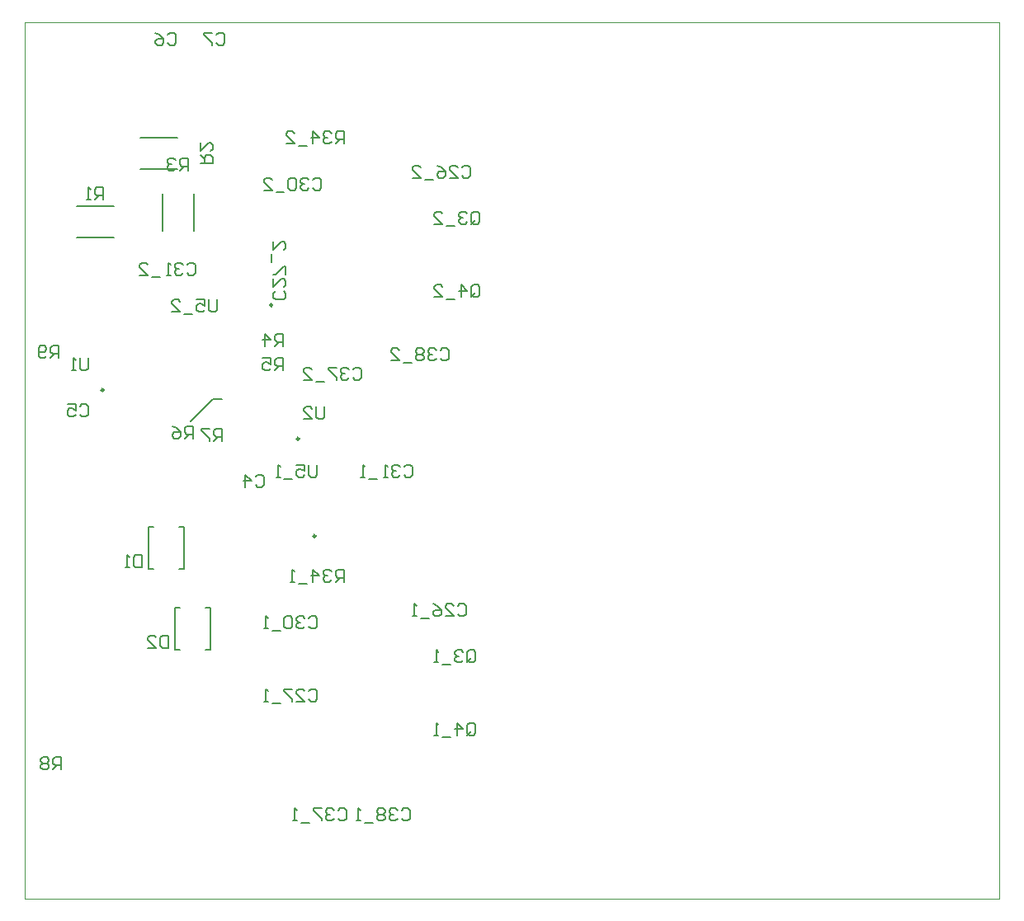
<source format=gbo>
G04 Layer_Color=32896*
%FSLAX25Y25*%
%MOIN*%
G70*
G01*
G75*
%ADD23C,0.00984*%
%ADD29C,0.00394*%
%ADD64C,0.00787*%
%ADD65C,0.00800*%
%ADD108C,0.00600*%
D23*
X110827Y8681D02*
G03*
X110827Y8681I-492J0D01*
G01*
X31811Y28445D02*
G03*
X31811Y28445I-492J0D01*
G01*
X100000Y62815D02*
G03*
X100000Y62815I-492J0D01*
G01*
X117441Y-30610D02*
G03*
X117441Y-30610I-492J0D01*
G01*
D29*
X0Y-177165D02*
X393701D01*
X0D02*
Y177165D01*
X393701Y-177165D02*
Y177165D01*
X0D02*
X393701D01*
D64*
X68307Y92913D02*
Y107874D01*
X55709Y92913D02*
Y107874D01*
X21063Y90158D02*
X36024D01*
X21063Y102756D02*
X36024D01*
X46654Y130315D02*
X61614D01*
X46654Y117717D02*
X61614D01*
D65*
X66929Y15748D02*
X75787Y24606D01*
X79724D01*
X57721Y172090D02*
X58554Y172923D01*
X60220D01*
X61054Y172090D01*
Y168757D01*
X60220Y167924D01*
X58554D01*
X57721Y168757D01*
X52723Y172923D02*
X54389Y172090D01*
X56055Y170424D01*
Y168757D01*
X55222Y167924D01*
X53556D01*
X52723Y168757D01*
Y169590D01*
X53556Y170424D01*
X56055D01*
X77321Y172090D02*
X78154Y172923D01*
X79821D01*
X80654Y172090D01*
Y168757D01*
X79821Y167924D01*
X78154D01*
X77321Y168757D01*
X75655Y172923D02*
X72323D01*
Y172090D01*
X75655Y168757D01*
Y167924D01*
X13780Y41339D02*
Y46337D01*
X11280D01*
X10447Y45504D01*
Y43838D01*
X11280Y43005D01*
X13780D01*
X12113D02*
X10447Y41339D01*
X8781Y42172D02*
X7948Y41339D01*
X6282D01*
X5449Y42172D01*
Y45504D01*
X6282Y46337D01*
X7948D01*
X8781Y45504D01*
Y44671D01*
X7948Y43838D01*
X5449D01*
X121063Y21731D02*
Y17565D01*
X120230Y16732D01*
X118564D01*
X117731Y17565D01*
Y21731D01*
X112732Y16732D02*
X116065D01*
X112732Y20064D01*
Y20898D01*
X113565Y21731D01*
X115232D01*
X116065Y20898D01*
X93124Y-6662D02*
X93958Y-5828D01*
X95624D01*
X96457Y-6662D01*
Y-9994D01*
X95624Y-10827D01*
X93958D01*
X93124Y-9994D01*
X88959Y-10827D02*
Y-5828D01*
X91458Y-8328D01*
X88126D01*
X25591Y41416D02*
Y37250D01*
X24757Y36417D01*
X23091D01*
X22258Y37250D01*
Y41416D01*
X20592Y36417D02*
X18926D01*
X19759D01*
Y41416D01*
X20592Y40583D01*
X22258Y21882D02*
X23091Y22715D01*
X24757D01*
X25591Y21882D01*
Y18550D01*
X24757Y17717D01*
X23091D01*
X22258Y18550D01*
X17260Y22715D02*
X20592D01*
Y20216D01*
X18926Y21049D01*
X18093D01*
X17260Y20216D01*
Y18550D01*
X18093Y17717D01*
X19759D01*
X20592Y18550D01*
X14764Y-125000D02*
Y-120002D01*
X12265D01*
X11432Y-120835D01*
Y-122501D01*
X12265Y-123334D01*
X14764D01*
X13098D02*
X11432Y-125000D01*
X9765Y-120835D02*
X8932Y-120002D01*
X7266D01*
X6433Y-120835D01*
Y-121668D01*
X7266Y-122501D01*
X6433Y-123334D01*
Y-124167D01*
X7266Y-125000D01*
X8932D01*
X9765Y-124167D01*
Y-123334D01*
X8932Y-122501D01*
X9765Y-121668D01*
Y-120835D01*
X8932Y-122501D02*
X7266D01*
X79724Y7874D02*
Y12872D01*
X77225D01*
X76392Y12039D01*
Y10373D01*
X77225Y9540D01*
X79724D01*
X78058D02*
X76392Y7874D01*
X74726Y12872D02*
X71394D01*
Y12039D01*
X74726Y8707D01*
Y7874D01*
X67913Y8858D02*
Y13857D01*
X65414D01*
X64581Y13024D01*
Y11357D01*
X65414Y10524D01*
X67913D01*
X66247D02*
X64581Y8858D01*
X59583Y13857D02*
X61249Y13024D01*
X62915Y11357D01*
Y9691D01*
X62082Y8858D01*
X60416D01*
X59583Y9691D01*
Y10524D01*
X60416Y11357D01*
X62915D01*
X104331Y36417D02*
Y41416D01*
X101831D01*
X100998Y40583D01*
Y38917D01*
X101831Y38083D01*
X104331D01*
X102665D02*
X100998Y36417D01*
X96000Y41416D02*
X99332D01*
Y38917D01*
X97666Y39750D01*
X96833D01*
X96000Y38917D01*
Y37250D01*
X96833Y36417D01*
X98499D01*
X99332Y37250D01*
X104331Y46260D02*
Y51258D01*
X101831D01*
X100998Y50425D01*
Y48759D01*
X101831Y47926D01*
X104331D01*
X102665D02*
X100998Y46260D01*
X96833D02*
Y51258D01*
X99332Y48759D01*
X96000D01*
X104559Y68293D02*
X105392Y67460D01*
Y65794D01*
X104559Y64961D01*
X101227D01*
X100394Y65794D01*
Y67460D01*
X101227Y68293D01*
X100394Y73291D02*
Y69959D01*
X103726Y73291D01*
X104559D01*
X105392Y72458D01*
Y70792D01*
X104559Y69959D01*
X105392Y74957D02*
Y78290D01*
X104559D01*
X101227Y74957D01*
X100394D01*
X99561Y79956D02*
Y83288D01*
X100394Y88286D02*
Y84954D01*
X103726Y88286D01*
X104559D01*
X105392Y87453D01*
Y85787D01*
X104559Y84954D01*
X116444Y113417D02*
X117277Y114250D01*
X118943D01*
X119776Y113417D01*
Y110085D01*
X118943Y109252D01*
X117277D01*
X116444Y110085D01*
X114778Y113417D02*
X113945Y114250D01*
X112279D01*
X111446Y113417D01*
Y112584D01*
X112279Y111751D01*
X113112D01*
X112279D01*
X111446Y110918D01*
Y110085D01*
X112279Y109252D01*
X113945D01*
X114778Y110085D01*
X109780Y113417D02*
X108947Y114250D01*
X107280D01*
X106447Y113417D01*
Y110085D01*
X107280Y109252D01*
X108947D01*
X109780Y110085D01*
Y113417D01*
X104781Y108419D02*
X101449D01*
X96451Y109252D02*
X99783D01*
X96451Y112584D01*
Y113417D01*
X97284Y114250D01*
X98950D01*
X99783Y113417D01*
X65565Y78969D02*
X66399Y79801D01*
X68065D01*
X68898Y78969D01*
Y75636D01*
X68065Y74803D01*
X66399D01*
X65565Y75636D01*
X63899Y78969D02*
X63066Y79801D01*
X61400D01*
X60567Y78969D01*
Y78135D01*
X61400Y77302D01*
X62233D01*
X61400D01*
X60567Y76469D01*
Y75636D01*
X61400Y74803D01*
X63066D01*
X63899Y75636D01*
X58901Y74803D02*
X57235D01*
X58068D01*
Y79801D01*
X58901Y78969D01*
X54736Y73970D02*
X51403D01*
X46405Y74803D02*
X49737D01*
X46405Y78135D01*
Y78969D01*
X47238Y79801D01*
X48904D01*
X49737Y78969D01*
X167928Y44520D02*
X168761Y45353D01*
X170427D01*
X171260Y44520D01*
Y41187D01*
X170427Y40354D01*
X168761D01*
X167928Y41187D01*
X166261Y44520D02*
X165428Y45353D01*
X163762D01*
X162929Y44520D01*
Y43687D01*
X163762Y42854D01*
X164595D01*
X163762D01*
X162929Y42020D01*
Y41187D01*
X163762Y40354D01*
X165428D01*
X166261Y41187D01*
X161263Y44520D02*
X160430Y45353D01*
X158764D01*
X157931Y44520D01*
Y43687D01*
X158764Y42854D01*
X157931Y42020D01*
Y41187D01*
X158764Y40354D01*
X160430D01*
X161263Y41187D01*
Y42020D01*
X160430Y42854D01*
X161263Y43687D01*
Y44520D01*
X160430Y42854D02*
X158764D01*
X156265Y39521D02*
X152932D01*
X147934Y40354D02*
X151266D01*
X147934Y43687D01*
Y44520D01*
X148767Y45353D01*
X150433D01*
X151266Y44520D01*
X128937Y127953D02*
Y132951D01*
X126438D01*
X125605Y132118D01*
Y130452D01*
X126438Y129619D01*
X128937D01*
X127271D02*
X125605Y127953D01*
X123939Y132118D02*
X123106Y132951D01*
X121439D01*
X120606Y132118D01*
Y131285D01*
X121439Y130452D01*
X122273D01*
X121439D01*
X120606Y129619D01*
Y128786D01*
X121439Y127953D01*
X123106D01*
X123939Y128786D01*
X116441Y127953D02*
Y132951D01*
X118940Y130452D01*
X115608D01*
X113942Y127120D02*
X110610D01*
X105611Y127953D02*
X108943D01*
X105611Y131285D01*
Y132118D01*
X106444Y132951D01*
X108110D01*
X108943Y132118D01*
X77756Y65038D02*
Y60872D01*
X76923Y60039D01*
X75257D01*
X74424Y60872D01*
Y65038D01*
X69425D02*
X72758D01*
Y62539D01*
X71091Y63372D01*
X70258D01*
X69425Y62539D01*
Y60872D01*
X70258Y60039D01*
X71925D01*
X72758Y60872D01*
X67759Y59206D02*
X64427D01*
X59429Y60039D02*
X62761D01*
X59429Y63372D01*
Y64205D01*
X60262Y65038D01*
X61928D01*
X62761Y64205D01*
X153164Y-2724D02*
X153997Y-1891D01*
X155663D01*
X156496Y-2724D01*
Y-6057D01*
X155663Y-6890D01*
X153997D01*
X153164Y-6057D01*
X151498Y-2724D02*
X150665Y-1891D01*
X148998D01*
X148165Y-2724D01*
Y-3557D01*
X148998Y-4391D01*
X149831D01*
X148998D01*
X148165Y-5224D01*
Y-6057D01*
X148998Y-6890D01*
X150665D01*
X151498Y-6057D01*
X146499Y-6890D02*
X144833D01*
X145666D01*
Y-1891D01*
X146499Y-2724D01*
X142334Y-7723D02*
X139002D01*
X137336Y-6890D02*
X135670D01*
X136503D01*
Y-1891D01*
X137336Y-2724D01*
X118110Y-1891D02*
Y-6057D01*
X117277Y-6890D01*
X115611D01*
X114778Y-6057D01*
Y-1891D01*
X109780D02*
X113112D01*
Y-4391D01*
X111446Y-3557D01*
X110613D01*
X109780Y-4391D01*
Y-6057D01*
X110613Y-6890D01*
X112279D01*
X113112Y-6057D01*
X108114Y-7723D02*
X104781D01*
X103115Y-6890D02*
X101449D01*
X102282D01*
Y-1891D01*
X103115Y-2724D01*
X128937Y-49213D02*
Y-44214D01*
X126438D01*
X125605Y-45047D01*
Y-46713D01*
X126438Y-47546D01*
X128937D01*
X127271D02*
X125605Y-49213D01*
X123939Y-45047D02*
X123106Y-44214D01*
X121439D01*
X120606Y-45047D01*
Y-45880D01*
X121439Y-46713D01*
X122273D01*
X121439D01*
X120606Y-47546D01*
Y-48379D01*
X121439Y-49213D01*
X123106D01*
X123939Y-48379D01*
X116441Y-49213D02*
Y-44214D01*
X118940Y-46713D01*
X115608D01*
X113942Y-50046D02*
X110610D01*
X108943Y-49213D02*
X107277D01*
X108110D01*
Y-44214D01*
X108943Y-45047D01*
X65945Y117126D02*
Y122124D01*
X63446D01*
X62613Y121291D01*
Y119625D01*
X63446Y118792D01*
X65945D01*
X64279D02*
X62613Y117126D01*
X60947Y121291D02*
X60113Y122124D01*
X58447D01*
X57614Y121291D01*
Y120458D01*
X58447Y119625D01*
X59280D01*
X58447D01*
X57614Y118792D01*
Y117959D01*
X58447Y117126D01*
X60113D01*
X60947Y117959D01*
X31496Y105315D02*
Y110313D01*
X28997D01*
X28164Y109480D01*
Y107814D01*
X28997Y106981D01*
X31496D01*
X29830D02*
X28164Y105315D01*
X26498D02*
X24832D01*
X25665D01*
Y110313D01*
X26498Y109480D01*
X114778Y-63748D02*
X115611Y-62915D01*
X117277D01*
X118110Y-63748D01*
Y-67080D01*
X117277Y-67913D01*
X115611D01*
X114778Y-67080D01*
X113112Y-63748D02*
X112279Y-62915D01*
X110613D01*
X109780Y-63748D01*
Y-64581D01*
X110613Y-65414D01*
X111446D01*
X110613D01*
X109780Y-66247D01*
Y-67080D01*
X110613Y-67913D01*
X112279D01*
X113112Y-67080D01*
X108114Y-63748D02*
X107280Y-62915D01*
X105614D01*
X104781Y-63748D01*
Y-67080D01*
X105614Y-67913D01*
X107280D01*
X108114Y-67080D01*
Y-63748D01*
X103115Y-68747D02*
X99783D01*
X98117Y-67913D02*
X96451D01*
X97284D01*
Y-62915D01*
X98117Y-63748D01*
X114778Y-93276D02*
X115611Y-92443D01*
X117277D01*
X118110Y-93276D01*
Y-96608D01*
X117277Y-97441D01*
X115611D01*
X114778Y-96608D01*
X109780Y-97441D02*
X113112D01*
X109780Y-94109D01*
Y-93276D01*
X110613Y-92443D01*
X112279D01*
X113112Y-93276D01*
X108114Y-92443D02*
X104781D01*
Y-93276D01*
X108114Y-96608D01*
Y-97441D01*
X103115Y-98274D02*
X99783D01*
X98117Y-97441D02*
X96451D01*
X97284D01*
Y-92443D01*
X98117Y-93276D01*
X152180Y-141504D02*
X153013Y-140671D01*
X154679D01*
X155512Y-141504D01*
Y-144836D01*
X154679Y-145669D01*
X153013D01*
X152180Y-144836D01*
X150513Y-141504D02*
X149680Y-140671D01*
X148014D01*
X147181Y-141504D01*
Y-142337D01*
X148014Y-143170D01*
X148847D01*
X148014D01*
X147181Y-144003D01*
Y-144836D01*
X148014Y-145669D01*
X149680D01*
X150513Y-144836D01*
X145515Y-141504D02*
X144682Y-140671D01*
X143016D01*
X142183Y-141504D01*
Y-142337D01*
X143016Y-143170D01*
X142183Y-144003D01*
Y-144836D01*
X143016Y-145669D01*
X144682D01*
X145515Y-144836D01*
Y-144003D01*
X144682Y-143170D01*
X145515Y-142337D01*
Y-141504D01*
X144682Y-143170D02*
X143016D01*
X140517Y-146502D02*
X137184D01*
X135518Y-145669D02*
X133852D01*
X134685D01*
Y-140671D01*
X135518Y-141504D01*
X180420Y66778D02*
Y70110D01*
X181254Y70943D01*
X182920D01*
X183753Y70110D01*
Y66778D01*
X182920Y65945D01*
X181254D01*
X182087Y67611D02*
X180420Y65945D01*
X181254D02*
X180420Y66778D01*
X176255Y65945D02*
Y70943D01*
X178754Y68444D01*
X175422D01*
X173756Y65112D02*
X170424D01*
X165425Y65945D02*
X168758D01*
X165425Y69277D01*
Y70110D01*
X166258Y70943D01*
X167924D01*
X168758Y70110D01*
X178754Y-110387D02*
Y-107055D01*
X179587Y-106222D01*
X181254D01*
X182087Y-107055D01*
Y-110387D01*
X181254Y-111221D01*
X179587D01*
X180420Y-109554D02*
X178754Y-111221D01*
X179587D02*
X178754Y-110387D01*
X174589Y-111221D02*
Y-106222D01*
X177088Y-108721D01*
X173756D01*
X172090Y-112054D02*
X168758D01*
X167092Y-111221D02*
X165425D01*
X166258D01*
Y-106222D01*
X167092Y-107055D01*
X180420Y96306D02*
Y99638D01*
X181254Y100471D01*
X182920D01*
X183753Y99638D01*
Y96306D01*
X182920Y95472D01*
X181254D01*
X182087Y97139D02*
X180420Y95472D01*
X181254D02*
X180420Y96306D01*
X178754Y99638D02*
X177921Y100471D01*
X176255D01*
X175422Y99638D01*
Y98805D01*
X176255Y97972D01*
X177088D01*
X176255D01*
X175422Y97139D01*
Y96306D01*
X176255Y95472D01*
X177921D01*
X178754Y96306D01*
X173756Y94639D02*
X170424D01*
X165425Y95472D02*
X168758D01*
X165425Y98805D01*
Y99638D01*
X166258Y100471D01*
X167924D01*
X168758Y99638D01*
X178754Y-80860D02*
Y-77528D01*
X179587Y-76695D01*
X181254D01*
X182087Y-77528D01*
Y-80860D01*
X181254Y-81693D01*
X179587D01*
X180420Y-80027D02*
X178754Y-81693D01*
X179587D02*
X178754Y-80860D01*
X177088Y-77528D02*
X176255Y-76695D01*
X174589D01*
X173756Y-77528D01*
Y-78361D01*
X174589Y-79194D01*
X175422D01*
X174589D01*
X173756Y-80027D01*
Y-80860D01*
X174589Y-81693D01*
X176255D01*
X177088Y-80860D01*
X172090Y-82526D02*
X168758D01*
X167092Y-81693D02*
X165425D01*
X166258D01*
Y-76695D01*
X167092Y-77528D01*
X132494Y36646D02*
X133328Y37479D01*
X134994D01*
X135827Y36646D01*
Y33313D01*
X134994Y32480D01*
X133328D01*
X132494Y33313D01*
X130828Y36646D02*
X129995Y37479D01*
X128329D01*
X127496Y36646D01*
Y35813D01*
X128329Y34980D01*
X129162D01*
X128329D01*
X127496Y34146D01*
Y33313D01*
X128329Y32480D01*
X129995D01*
X130828Y33313D01*
X125830Y37479D02*
X122498D01*
Y36646D01*
X125830Y33313D01*
Y32480D01*
X120832Y31647D02*
X117499D01*
X112501Y32480D02*
X115833D01*
X112501Y35813D01*
Y36646D01*
X113334Y37479D01*
X115000D01*
X115833Y36646D01*
X126589Y-141504D02*
X127422Y-140671D01*
X129088D01*
X129921Y-141504D01*
Y-144836D01*
X129088Y-145669D01*
X127422D01*
X126589Y-144836D01*
X124923Y-141504D02*
X124090Y-140671D01*
X122424D01*
X121591Y-141504D01*
Y-142337D01*
X122424Y-143170D01*
X123257D01*
X122424D01*
X121591Y-144003D01*
Y-144836D01*
X122424Y-145669D01*
X124090D01*
X124923Y-144836D01*
X119924Y-140671D02*
X116592D01*
Y-141504D01*
X119924Y-144836D01*
Y-145669D01*
X114926Y-146502D02*
X111594D01*
X109928Y-145669D02*
X108262D01*
X109095D01*
Y-140671D01*
X109928Y-141504D01*
X176484Y118339D02*
X177317Y119172D01*
X178983D01*
X179816Y118339D01*
Y115006D01*
X178983Y114173D01*
X177317D01*
X176484Y115006D01*
X171485Y114173D02*
X174817D01*
X171485Y117506D01*
Y118339D01*
X172318Y119172D01*
X173984D01*
X174817Y118339D01*
X166487Y119172D02*
X168153Y118339D01*
X169819Y116672D01*
Y115006D01*
X168986Y114173D01*
X167320D01*
X166487Y115006D01*
Y115839D01*
X167320Y116672D01*
X169819D01*
X164821Y113340D02*
X161488D01*
X156490Y114173D02*
X159822D01*
X156490Y117506D01*
Y118339D01*
X157323Y119172D01*
X158989D01*
X159822Y118339D01*
X174817Y-58827D02*
X175650Y-57994D01*
X177317D01*
X178150Y-58827D01*
Y-62159D01*
X177317Y-62992D01*
X175650D01*
X174817Y-62159D01*
X169819Y-62992D02*
X173151D01*
X169819Y-59660D01*
Y-58827D01*
X170652Y-57994D01*
X172318D01*
X173151Y-58827D01*
X164821Y-57994D02*
X166487Y-58827D01*
X168153Y-60493D01*
Y-62159D01*
X167320Y-62992D01*
X165654D01*
X164821Y-62159D01*
Y-61326D01*
X165654Y-60493D01*
X168153D01*
X163154Y-63825D02*
X159822D01*
X158156Y-62992D02*
X156490D01*
X157323D01*
Y-57994D01*
X158156Y-58827D01*
X70866Y120079D02*
X75864D01*
Y122578D01*
X75032Y123411D01*
X73365D01*
X72532Y122578D01*
Y120079D01*
Y121745D02*
X70866Y123411D01*
Y128409D02*
Y125077D01*
X74198Y128409D01*
X75032D01*
X75864Y127576D01*
Y125910D01*
X75032Y125077D01*
X47244Y-38309D02*
Y-43307D01*
X44745D01*
X43912Y-42474D01*
Y-39142D01*
X44745Y-38309D01*
X47244D01*
X42246Y-43307D02*
X40580D01*
X41413D01*
Y-38309D01*
X42246Y-39142D01*
X58071Y-70789D02*
Y-75787D01*
X55572D01*
X54739Y-74954D01*
Y-71622D01*
X55572Y-70789D01*
X58071D01*
X49740Y-75787D02*
X53073D01*
X49740Y-72455D01*
Y-71622D01*
X50573Y-70789D01*
X52239D01*
X53073Y-71622D01*
D108*
X49961Y-43937D02*
Y-26929D01*
X64213Y-43937D02*
Y-26929D01*
X49961D02*
X51968D01*
X62205D02*
X64213D01*
X62205Y-43937D02*
X64213D01*
X49961D02*
X51968D01*
X60551Y-76417D02*
Y-59409D01*
X74803Y-76417D02*
Y-59409D01*
X60551D02*
X62559D01*
X72795D02*
X74803D01*
X72795Y-76417D02*
X74803D01*
X60551D02*
X62559D01*
M02*

</source>
